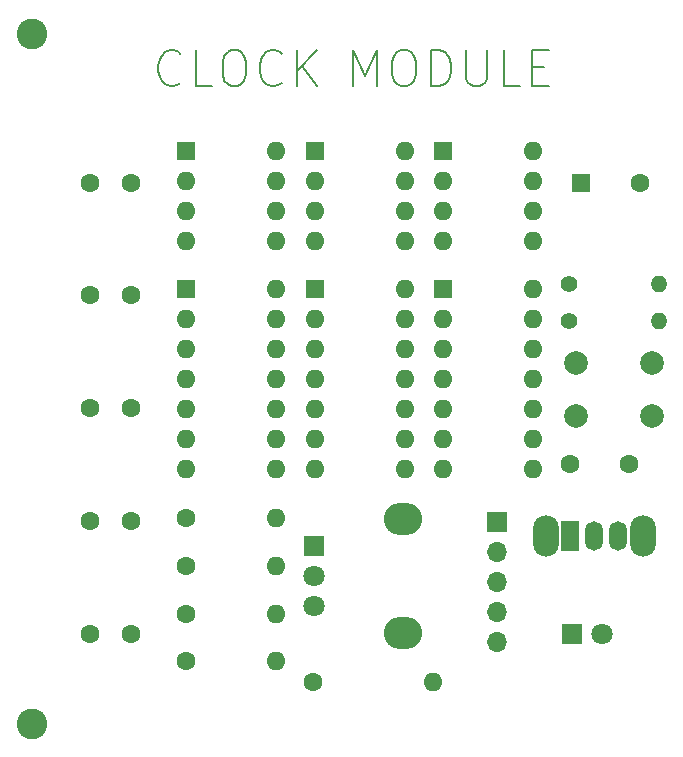
<source format=gbr>
%TF.GenerationSoftware,KiCad,Pcbnew,(7.0.0)*%
%TF.CreationDate,2023-02-25T19:51:30-05:00*%
%TF.ProjectId,8bc_clock,3862635f-636c-46f6-936b-2e6b69636164,rev?*%
%TF.SameCoordinates,Original*%
%TF.FileFunction,Soldermask,Top*%
%TF.FilePolarity,Negative*%
%FSLAX46Y46*%
G04 Gerber Fmt 4.6, Leading zero omitted, Abs format (unit mm)*
G04 Created by KiCad (PCBNEW (7.0.0)) date 2023-02-25 19:51:30*
%MOMM*%
%LPD*%
G01*
G04 APERTURE LIST*
%ADD10C,0.150000*%
%ADD11C,2.600000*%
%ADD12R,1.600000X1.600000*%
%ADD13O,1.600000X1.600000*%
%ADD14C,2.000000*%
%ADD15O,2.200000X3.500000*%
%ADD16R,1.500000X2.500000*%
%ADD17O,1.500000X2.500000*%
%ADD18O,3.240000X2.720000*%
%ADD19R,1.800000X1.800000*%
%ADD20C,1.800000*%
%ADD21C,1.600000*%
%ADD22C,1.400000*%
%ADD23O,1.400000X1.400000*%
%ADD24R,1.700000X1.700000*%
%ADD25O,1.700000X1.700000*%
G04 APERTURE END LIST*
D10*
X119268571Y-57481428D02*
X119125714Y-57624285D01*
X119125714Y-57624285D02*
X118697142Y-57767142D01*
X118697142Y-57767142D02*
X118411428Y-57767142D01*
X118411428Y-57767142D02*
X117982857Y-57624285D01*
X117982857Y-57624285D02*
X117697142Y-57338571D01*
X117697142Y-57338571D02*
X117554285Y-57052857D01*
X117554285Y-57052857D02*
X117411428Y-56481428D01*
X117411428Y-56481428D02*
X117411428Y-56052857D01*
X117411428Y-56052857D02*
X117554285Y-55481428D01*
X117554285Y-55481428D02*
X117697142Y-55195714D01*
X117697142Y-55195714D02*
X117982857Y-54910000D01*
X117982857Y-54910000D02*
X118411428Y-54767142D01*
X118411428Y-54767142D02*
X118697142Y-54767142D01*
X118697142Y-54767142D02*
X119125714Y-54910000D01*
X119125714Y-54910000D02*
X119268571Y-55052857D01*
X121982857Y-57767142D02*
X120554285Y-57767142D01*
X120554285Y-57767142D02*
X120554285Y-54767142D01*
X123554285Y-54767142D02*
X124125713Y-54767142D01*
X124125713Y-54767142D02*
X124411428Y-54910000D01*
X124411428Y-54910000D02*
X124697142Y-55195714D01*
X124697142Y-55195714D02*
X124839999Y-55767142D01*
X124839999Y-55767142D02*
X124839999Y-56767142D01*
X124839999Y-56767142D02*
X124697142Y-57338571D01*
X124697142Y-57338571D02*
X124411428Y-57624285D01*
X124411428Y-57624285D02*
X124125713Y-57767142D01*
X124125713Y-57767142D02*
X123554285Y-57767142D01*
X123554285Y-57767142D02*
X123268571Y-57624285D01*
X123268571Y-57624285D02*
X122982856Y-57338571D01*
X122982856Y-57338571D02*
X122839999Y-56767142D01*
X122839999Y-56767142D02*
X122839999Y-55767142D01*
X122839999Y-55767142D02*
X122982856Y-55195714D01*
X122982856Y-55195714D02*
X123268571Y-54910000D01*
X123268571Y-54910000D02*
X123554285Y-54767142D01*
X127839999Y-57481428D02*
X127697142Y-57624285D01*
X127697142Y-57624285D02*
X127268570Y-57767142D01*
X127268570Y-57767142D02*
X126982856Y-57767142D01*
X126982856Y-57767142D02*
X126554285Y-57624285D01*
X126554285Y-57624285D02*
X126268570Y-57338571D01*
X126268570Y-57338571D02*
X126125713Y-57052857D01*
X126125713Y-57052857D02*
X125982856Y-56481428D01*
X125982856Y-56481428D02*
X125982856Y-56052857D01*
X125982856Y-56052857D02*
X126125713Y-55481428D01*
X126125713Y-55481428D02*
X126268570Y-55195714D01*
X126268570Y-55195714D02*
X126554285Y-54910000D01*
X126554285Y-54910000D02*
X126982856Y-54767142D01*
X126982856Y-54767142D02*
X127268570Y-54767142D01*
X127268570Y-54767142D02*
X127697142Y-54910000D01*
X127697142Y-54910000D02*
X127839999Y-55052857D01*
X129125713Y-57767142D02*
X129125713Y-54767142D01*
X130839999Y-57767142D02*
X129554285Y-56052857D01*
X130839999Y-54767142D02*
X129125713Y-56481428D01*
X133925713Y-57767142D02*
X133925713Y-54767142D01*
X133925713Y-54767142D02*
X134925713Y-56910000D01*
X134925713Y-56910000D02*
X135925713Y-54767142D01*
X135925713Y-54767142D02*
X135925713Y-57767142D01*
X137925713Y-54767142D02*
X138497141Y-54767142D01*
X138497141Y-54767142D02*
X138782856Y-54910000D01*
X138782856Y-54910000D02*
X139068570Y-55195714D01*
X139068570Y-55195714D02*
X139211427Y-55767142D01*
X139211427Y-55767142D02*
X139211427Y-56767142D01*
X139211427Y-56767142D02*
X139068570Y-57338571D01*
X139068570Y-57338571D02*
X138782856Y-57624285D01*
X138782856Y-57624285D02*
X138497141Y-57767142D01*
X138497141Y-57767142D02*
X137925713Y-57767142D01*
X137925713Y-57767142D02*
X137639999Y-57624285D01*
X137639999Y-57624285D02*
X137354284Y-57338571D01*
X137354284Y-57338571D02*
X137211427Y-56767142D01*
X137211427Y-56767142D02*
X137211427Y-55767142D01*
X137211427Y-55767142D02*
X137354284Y-55195714D01*
X137354284Y-55195714D02*
X137639999Y-54910000D01*
X137639999Y-54910000D02*
X137925713Y-54767142D01*
X140497141Y-57767142D02*
X140497141Y-54767142D01*
X140497141Y-54767142D02*
X141211427Y-54767142D01*
X141211427Y-54767142D02*
X141639998Y-54910000D01*
X141639998Y-54910000D02*
X141925713Y-55195714D01*
X141925713Y-55195714D02*
X142068570Y-55481428D01*
X142068570Y-55481428D02*
X142211427Y-56052857D01*
X142211427Y-56052857D02*
X142211427Y-56481428D01*
X142211427Y-56481428D02*
X142068570Y-57052857D01*
X142068570Y-57052857D02*
X141925713Y-57338571D01*
X141925713Y-57338571D02*
X141639998Y-57624285D01*
X141639998Y-57624285D02*
X141211427Y-57767142D01*
X141211427Y-57767142D02*
X140497141Y-57767142D01*
X143497141Y-54767142D02*
X143497141Y-57195714D01*
X143497141Y-57195714D02*
X143639998Y-57481428D01*
X143639998Y-57481428D02*
X143782856Y-57624285D01*
X143782856Y-57624285D02*
X144068570Y-57767142D01*
X144068570Y-57767142D02*
X144639998Y-57767142D01*
X144639998Y-57767142D02*
X144925713Y-57624285D01*
X144925713Y-57624285D02*
X145068570Y-57481428D01*
X145068570Y-57481428D02*
X145211427Y-57195714D01*
X145211427Y-57195714D02*
X145211427Y-54767142D01*
X148068570Y-57767142D02*
X146639998Y-57767142D01*
X146639998Y-57767142D02*
X146639998Y-54767142D01*
X149068569Y-56195714D02*
X150068569Y-56195714D01*
X150497141Y-57767142D02*
X149068569Y-57767142D01*
X149068569Y-57767142D02*
X149068569Y-54767142D01*
X149068569Y-54767142D02*
X150497141Y-54767142D01*
D11*
%TO.C,REF\u002A\u002A\u002A*%
X106680000Y-111760000D03*
%TD*%
%TO.C,REF\u002A\u002A*%
X106680000Y-53340000D03*
%TD*%
D12*
%TO.C,U6*%
X141479999Y-74999999D03*
D13*
X141479999Y-77539999D03*
X141479999Y-80079999D03*
X141479999Y-82619999D03*
X141479999Y-85159999D03*
X141479999Y-87699999D03*
X141479999Y-90239999D03*
X149099999Y-90239999D03*
X149099999Y-87699999D03*
X149099999Y-85159999D03*
X149099999Y-82619999D03*
X149099999Y-80079999D03*
X149099999Y-77539999D03*
X149099999Y-74999999D03*
%TD*%
%TO.C,U5*%
X138249999Y-74999999D03*
X138249999Y-77539999D03*
X138249999Y-80079999D03*
X138249999Y-82619999D03*
X138249999Y-85159999D03*
X138249999Y-87699999D03*
X138249999Y-90239999D03*
X130629999Y-90239999D03*
X130629999Y-87699999D03*
X130629999Y-85159999D03*
X130629999Y-82619999D03*
X130629999Y-80079999D03*
X130629999Y-77539999D03*
D12*
X130629999Y-74999999D03*
%TD*%
%TO.C,U4*%
X119779999Y-74999999D03*
D13*
X119779999Y-77539999D03*
X119779999Y-80079999D03*
X119779999Y-82619999D03*
X119779999Y-85159999D03*
X119779999Y-87699999D03*
X119779999Y-90239999D03*
X127399999Y-90239999D03*
X127399999Y-87699999D03*
X127399999Y-85159999D03*
X127399999Y-82619999D03*
X127399999Y-80079999D03*
X127399999Y-77539999D03*
X127399999Y-74999999D03*
%TD*%
%TO.C,U3*%
X149099999Y-63249999D03*
X149099999Y-65789999D03*
X149099999Y-68329999D03*
X149099999Y-70869999D03*
X141479999Y-70869999D03*
X141479999Y-68329999D03*
X141479999Y-65789999D03*
D12*
X141479999Y-63249999D03*
%TD*%
D13*
%TO.C,U2*%
X138249999Y-63249999D03*
X138249999Y-65789999D03*
X138249999Y-68329999D03*
X138249999Y-70869999D03*
X130629999Y-70869999D03*
X130629999Y-68329999D03*
X130629999Y-65789999D03*
D12*
X130629999Y-63249999D03*
%TD*%
D13*
%TO.C,U1*%
X127399999Y-63249999D03*
X127399999Y-65789999D03*
X127399999Y-68329999D03*
X127399999Y-70869999D03*
X119779999Y-70869999D03*
X119779999Y-68329999D03*
X119779999Y-65789999D03*
D12*
X119779999Y-63249999D03*
%TD*%
D14*
%TO.C,SW2*%
X159230000Y-81250000D03*
X152730000Y-81250000D03*
X152730000Y-85750000D03*
X159230000Y-85750000D03*
%TD*%
D15*
%TO.C,SW1*%
X150199999Y-95844999D03*
X158399999Y-95844999D03*
D16*
X152299999Y-95844999D03*
D17*
X154299999Y-95844999D03*
X156299999Y-95844999D03*
%TD*%
D18*
%TO.C,RV1*%
X138099999Y-94459999D03*
X138099999Y-104059999D03*
D19*
X130599999Y-96759999D03*
D20*
X130600000Y-99260000D03*
X130600000Y-101760000D03*
%TD*%
D21*
%TO.C,R7*%
X130500000Y-108220000D03*
D13*
X140659999Y-108219999D03*
%TD*%
%TO.C,R6*%
X127349999Y-106499999D03*
D21*
X119730000Y-106500000D03*
%TD*%
D13*
%TO.C,R5*%
X127349999Y-102449999D03*
D21*
X119730000Y-102450000D03*
%TD*%
D13*
%TO.C,R4*%
X127349999Y-98399999D03*
D21*
X119730000Y-98400000D03*
%TD*%
D13*
%TO.C,R3*%
X127349999Y-94349999D03*
D21*
X119730000Y-94350000D03*
%TD*%
D22*
%TO.C,R2*%
X152180000Y-77650000D03*
D23*
X159799999Y-77649999D03*
%TD*%
D22*
%TO.C,R1*%
X152180000Y-74500000D03*
D23*
X159799999Y-74499999D03*
%TD*%
D24*
%TO.C,J1*%
X146049999Y-94649999D03*
D25*
X146049999Y-97189999D03*
X146049999Y-99729999D03*
X146049999Y-102269999D03*
X146049999Y-104809999D03*
%TD*%
D19*
%TO.C,D1*%
X152399999Y-104139999D03*
D20*
X154940000Y-104140000D03*
%TD*%
D21*
%TO.C,C7*%
X115130000Y-104150000D03*
X111630000Y-104150000D03*
%TD*%
%TO.C,C6*%
X115130000Y-94600000D03*
X111630000Y-94600000D03*
%TD*%
%TO.C,C5*%
X115130000Y-85050000D03*
X111630000Y-85050000D03*
%TD*%
%TO.C,C4*%
X115130000Y-75500000D03*
X111630000Y-75500000D03*
%TD*%
%TO.C,C3*%
X115130000Y-65950000D03*
X111630000Y-65950000D03*
%TD*%
D12*
%TO.C,C2*%
X153174697Y-65949999D03*
D21*
X158174698Y-65950000D03*
%TD*%
%TO.C,C1*%
X152280000Y-89800000D03*
X157280000Y-89800000D03*
%TD*%
M02*

</source>
